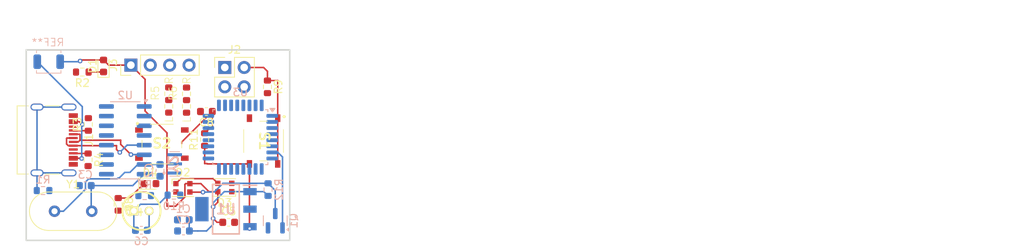
<source format=kicad_pcb>
(kicad_pcb (version 20240108) (generator "pcbnew") (generator_version "8.0")
  (layers (0 "F.Cu" signal) (31 "B.Cu" signal) (34 "B.Paste" user) (35 "F.Paste" user) (36 "B.SilkS" user "B.Silkscreen") (37 "F.SilkS" user "F.Silkscreen") (38 "B.Mask" user) (39 "F.Mask" user) (44 "Edge.Cuts" user))
  (net 0 "")
  (net 1 "+5V")
  (net 2 "Net-(D2-DOUT)")
  (net 3 "GND")
  (net 4 "Net-(D2-DIN)")
  (net 8 "Net-(U2-XO)")
  (net 9 "Net-(U2-UD+)")
  (net 10 "Net-(U2-UD-)")
  (net 11 "Net-(U2-~{RTS})")
  (net 12 "Net-(U2-~{CTS})")
  (net 14 "+3.3V")
  (net 17 "Net-(U2-XI)")
  (net 18 "/RESET")
  (net 22 "/STATUS")
  (net 23 "/SWCLK{slash}BOOT")
  (net 25 "/I2C1_SDA")
  (net 28 "Net-(U3-PC15)")
  (net 35 "Net-(D1-K)")
  (net 37 "Net-(U3-PC14)")
  (net 40 "/I2C1_SCL")
  (net 43 "Net-(D4-K)")
  (net 44 "Net-(J1-VBUS-PadA4)")
  (net 45 "Net-(J1-CC2)")
  (net 46 "Net-(J1-SHIELD)")
  (net 47 "Net-(J1-CC1)")
  (net 50 "/RX-M")
  (net 51 "/TX-M")
  (net 52 "/RX-U")
  (net 53 "/TX-U")
  (net 54 "/SWDIO")
  (net 55 "Net-(R7-Pad2)")
  (net 56 "Net-(Q1-G)")
  (footprint "mesonlib:PTS526SM15SMTR2LFS" (layer "F.Cu") (at 118.76 61.36)
    (property "Reference" "S2" (at 0 -0.1 0) (layer "F.SilkS") (effects (font (size 1.27 1.27) (thickness 0.254))))
    (property "Value" "~" (hide yes))
    (fp_line (start -3.2 -2.8) (end -3.2 -2.8) (stroke (width 0.2)) (layer "F.SilkS"))
    (fp_line (start -3.2 -2.6) (end -3.2 -2.6) (stroke (width 0.2)) (layer "F.SilkS"))
    (fp_line (start -2.6 -0.5) (end -2.6 0.5) (stroke (width 0.1)) (layer "F.SilkS"))
    (fp_line (start -1.5 -2.6) (end 1.5 -2.6) (stroke (width 0.1)) (layer "F.SilkS"))
    (fp_line (start -1.5 2.6) (end 1.5 2.6) (stroke (width 0.1)) (layer "F.SilkS"))
    (fp_line (start 2.6 -0.5) (end 2.6 0.5) (stroke (width 0.1)) (layer "F.SilkS"))
    (fp_arc (start -3.2 -2.8) (mid -3.1 -2.7) (end -3.2 -2.6) (stroke (width 0.2)) (layer "F.SilkS"))
    (fp_arc (start -3.2 -2.6) (mid -3.3 -2.7) (end -3.2 -2.8) (stroke (width 0.2)) (layer "F.SilkS"))
    (pad "1" smd rect (at -3 -1.85 90) (size 0.7 1) (layers "F.Cu" "F.Paste" "F.Mask") (net 3 "GND"))
    (pad "2" smd rect (at 3 -1.85 90) (size 0.7 1) (layers "F.Cu" "F.Paste" "F.Mask") (net 3 "GND"))
    (pad "3" smd rect (at -3 1.85 90) (size 0.7 1) (layers "F.Cu" "F.Paste" "F.Mask") (net 18 "/RESET"))
    (pad "4" smd rect (at 3 1.85 90) (size 0.7 1) (layers "F.Cu" "F.Paste" "F.Mask") (net 18 "/RESET"))
  )
  (footprint "mesonlib:PTS526SM15SMTR2LFS" (layer "F.Cu") (at 132.08 60.96 -90)
    (property "Reference" "S1" (at 0 -0.1 -90) (layer "F.SilkS") (effects (font (size 1.27 1.27) (thickness 0.254))))
    (property "Value" "~" (hide yes))
    (fp_line (start -1.5 2.6) (end 1.5 2.6) (stroke (width 0.1)) (layer "F.SilkS"))
    (fp_line (start -2.6 -0.5) (end -2.6 0.5) (stroke (width 0.1)) (layer "F.SilkS"))
    (fp_line (start 2.6 -0.5) (end 2.6 0.5) (stroke (width 0.1)) (layer "F.SilkS"))
    (fp_line (start -3.2 -2.6) (end -3.2 -2.6) (stroke (width 0.2)) (layer "F.SilkS"))
    (fp_line (start -1.5 -2.6) (end 1.5 -2.6) (stroke (width 0.1)) (layer "F.SilkS"))
    (fp_line (start -3.2 -2.8) (end -3.2 -2.8) (stroke (width 0.2)) (layer "F.SilkS"))
    (fp_arc (start -3.2 -2.6) (mid -3.3 -2.7) (end -3.2 -2.8) (stroke (width 0.2)) (layer "F.SilkS"))
    (fp_arc (start -3.2 -2.8) (mid -3.1 -2.7) (end -3.2 -2.6) (stroke (width 0.2)) (layer "F.SilkS"))
    (pad "1" smd rect (at -3 -1.85) (size 0.7 1) (layers "F.Cu" "F.Paste" "F.Mask") (net 23 "/SWCLK{slash}BOOT"))
    (pad "2" smd rect (at 3 -1.85) (size 0.7 1) (layers "F.Cu" "F.Paste" "F.Mask") (net 23 "/SWCLK{slash}BOOT"))
    (pad "3" smd rect (at -3 1.85) (size 0.7 1) (layers "F.Cu" "F.Paste" "F.Mask") (net 14 "+3.3V"))
    (pad "4" smd rect (at 3 1.85) (size 0.7 1) (layers "F.Cu" "F.Paste" "F.Mask") (net 14 "+3.3V"))
  )
  (footprint "LED_SMD:LED_WS2812B-2020_PLCC4_2.0x2.0mm" (layer "F.Cu") (at 121.513 67.098)
    (property "Reference" "D2" (at 0 -2 0) (layer "F.SilkS"))
    (property "Value" "WS2812B-2020")
    (fp_line (start -1.42 -1.15) (end -1.42 -0.5) (stroke (width 0.12)) (layer "F.SilkS"))
    (fp_line (start -1.42 -1.15) (end 1.42 -1.15) (stroke (width 0.12)) (layer "F.SilkS"))
    (fp_line (start -1.42 1.15) (end 1.42 1.15) (stroke (width 0.12)) (layer "F.SilkS"))
    (pad "1" smd rect (at -0.915 -0.55) (size 0.7 0.7) (layers "F.Cu" "F.Paste" "F.Mask") (net 2 "Net-(D2-DOUT)"))
    (pad "2" smd rect (at -0.915 0.55) (size 0.7 0.7) (layers "F.Cu" "F.Paste" "F.Mask") (net 3 "GND"))
    (pad "3" smd rect (at 0.915 0.55) (size 0.7 0.7) (layers "F.Cu" "F.Paste" "F.Mask") (net 4 "Net-(D2-DIN)"))
    (pad "4" smd rect (at 0.915 -0.55) (size 0.7 0.7) (layers "F.Cu" "F.Paste" "F.Mask") (net 1 "+5V"))
  )
  (footprint "Capacitor_SMD:C_0603_1608Metric" (layer "F.Cu") (at 124.589 57.086 180)
    (property "Reference" "C8" (at 0 -1.43 180) (layer "F.SilkS"))
    (property "Value" "0.1 uF")
    (fp_line (start -0.14058 0.51) (end 0.14058 0.51) (stroke (width 0.12)) (layer "F.SilkS"))
    (fp_line (start -0.14058 -0.51) (end 0.14058 -0.51) (stroke (width 0.12)) (layer "F.SilkS"))
    (pad "1" smd roundrect (at -0.775 0 180) (size 0.9 0.95) (layers "F.Cu" "F.Paste" "F.Mask") (net 18 "/RESET"))
    (pad "2" smd roundrect (at 0.775 0 180) (size 0.9 0.95) (layers "F.Cu" "F.Paste" "F.Mask") (net 3 "GND"))
  )
  (footprint "LED_SMD:LED_0603_1608Metric" (layer "F.Cu") (at 117.2 66.55)
    (property "Reference" "D4" (at 0 -1.43 360) (layer "F.SilkS"))
    (property "Value" "LED")
    (fp_line (start -1.485 -0.735) (end -1.485 0.735) (stroke (width 0.12)) (layer "F.SilkS"))
    (fp_line (start -1.485 0.735) (end 0.8 0.735) (stroke (width 0.12)) (layer "F.SilkS"))
    (fp_line (start 0.8 -0.735) (end -1.485 -0.735) (stroke (width 0.12)) (layer "F.SilkS"))
    (pad "1" smd roundrect (at -0.7875 0) (size 0.875 0.95) (layers "F.Cu" "F.Paste" "F.Mask") (net 43 "Net-(D4-K)"))
    (pad "2" smd roundrect (at 0.7875 0) (size 0.875 0.95) (layers "F.Cu" "F.Paste" "F.Mask") (net 22 "/STATUS"))
  )
  (footprint "mesonlib:EEU-FR1330" (layer "F.Cu") (at 115.09 70.13)
    (property "Reference" "C4" (at 0 0 0) (layer "F.SilkS") (effects (font (size 1.27 1.27) (thickness 0.254))))
    (property "Value" "EEU-FR1V330" (hide yes))
    (fp_circle (center 1 0) (end 3.5 0) (stroke (width 0.254)) (fill none) (layer "F.SilkS"))
    (pad "1" thru_hole rect (at 0 0 90) (size 1.15 1.15) (drill 0.75) (layers "*.Cu" "*.Mask" "F.SilkS") (net 14 "+3.3V"))
    (pad "2" thru_hole circle (at 2 0 90) (size 1.15 1.15) (drill 0.75) (layers "*.Cu" "*.Mask" "F.SilkS") (net 3 "GND"))
  )
  (footprint "LED_SMD:LED_WS2812B-2020_PLCC4_2.0x2.0mm" (layer "F.Cu") (at 127 67.056 180)
    (property "Reference" "D3" (at 0 -2 180) (layer "F.SilkS"))
    (property "Value" "WS2812B-2020")
    (fp_line (start -1.42 1.15) (end 1.42 1.15) (stroke (width 0.12)) (layer "F.SilkS"))
    (fp_line (start -1.42 -1.15) (end 1.42 -1.15) (stroke (width 0.12)) (layer "F.SilkS"))
    (fp_line (start -1.42 -1.15) (end -1.42 -0.5) (stroke (width 0.12)) (layer "F.SilkS"))
    (pad "1" smd rect (at -0.915 -0.55 180) (size 0.7 0.7) (layers "F.Cu" "F.Paste" "F.Mask"))
    (pad "2" smd rect (at -0.915 0.55 180) (size 0.7 0.7) (layers "F.Cu" "F.Paste" "F.Mask") (net 3 "GND"))
    (pad "3" smd rect (at 0.915 0.55 180) (size 0.7 0.7) (layers "F.Cu" "F.Paste" "F.Mask") (net 2 "Net-(D2-DOUT)"))
    (pad "4" smd rect (at 0.915 -0.55 180) (size 0.7 0.7) (layers "F.Cu" "F.Paste" "F.Mask") (net 1 "+5V"))
  )
  (footprint "mesonlib:resistor_3pad_switch_0603" (layer "F.Cu") (at 121.99 57.24 90)
    (property "Reference" "R6" (at 2.555 -1.77 90) (layer "F.SilkS") (effects (font (thickness 0.1))))
    (property "Value" "1k")
    (fp_line (start 2.237742 -0.5225) (end 2.712258 -0.5225) (stroke (width 0.12)) (layer "F.SilkS"))
    (fp_line (start 0.587742 -0.5225) (end 1.062258 -0.5225) (stroke (width 0.12)) (layer "F.SilkS"))
    (fp_line (start 2.237742 0.5225) (end 2.712258 0.5225) (stroke (width 0.12)) (layer "F.SilkS"))
    (fp_line (start 0.587742 0.5225) (end 1.062258 0.5225) (stroke (width 0.12)) (layer "F.SilkS"))
    (fp_text user "L" (at -1.395 0.63 90) (layer "F.SilkS") (effects (font (thickness 0.1)) (justify left bottom)))
    (fp_text user "R" (at 3.655 0.63 90) (layer "F.SilkS") (effects (font (thickness 0.1)) (justify left bottom)))
    (pad "1" smd roundrect (at 0 0 90) (size 0.8 0.95) (layers "F.Cu" "F.Paste" "F.Mask") (net 51 "/TX-M"))
    (pad "2" smd roundrect (at 1.65 0 90) (size 0.8 0.95) (layers "F.Cu" "F.Paste" "F.Mask") (net 52 "/RX-U"))
    (pad "3" smd roundrect (at 3.3 0 90) (size 0.8 0.95) (layers "F.Cu" "F.Paste" "F.Mask") (net 50 "/RX-M"))
  )
  (footprint "Connector_USB:USB_C_Receptacle_Palconn_UTC16-G" (layer "F.Cu") (at 104.648 60.82 -90)
    (property "Reference" "J1" (at 0 -4.58 90) (layer "F.SilkS"))
    (property "Value" "USB_C_Receptacle")
    (fp_line (start -4.47 4.84) (end -4.47 3.38) (stroke (width 0.12)) (layer "F.SilkS"))
    (fp_line (start 4.47 4.84) (end -4.47 4.84) (stroke (width 0.12)) (layer "F.SilkS"))
    (fp_line (start 4.47 4.84) (end 4.47 3.38) (stroke (width 0.12)) (layer "F.SilkS"))
    (fp_line (start -4.47 -0.67) (end -4.47 1.13) (stroke (width 0.12)) (layer "F.SilkS"))
    (fp_line (start 4.47 -0.67) (end 4.47 1.13) (stroke (width 0.12)) (layer "F.SilkS"))
    (pad "" np_thru_hole circle (at -2.89 -1.45 90) (size 0.6 0.6) (drill 0.6) (layers "*.Cu" "*.Mask"))
    (pad "" np_thru_hole circle (at 2.89 -1.45 90) (size 0.6 0.6) (drill 0.6) (layers "*.Cu" "*.Mask"))
    (pad "A1" smd rect (at -3.2 -2.51 270) (size 0.6 1.16) (layers "F.Cu" "F.Paste" "F.Mask") (net 3 "GND"))
    (pad "A4" smd rect (at -2.4 -2.51 270) (size 0.6 1.16) (layers "F.Cu" "F.Paste" "F.Mask") (net 44 "Net-(J1-VBUS-PadA4)"))
    (pad "A5" smd rect (at -1.25 -2.51 90) (size 0.3 1.16) (layers "F.Cu" "F.Paste" "F.Mask") (net 47 "Net-(J1-CC1)"))
    (pad "A6" smd rect (at -0.25 -2.51 90) (size 0.3 1.16) (layers "F.Cu" "F.Paste" "F.Mask") (net 9 "Net-(U2-UD+)"))
    (pad "A7" smd rect (at 0.25 -2.51 90) (size 0.3 1.16) (layers "F.Cu" "F.Paste" "F.Mask") (net 10 "Net-(U2-UD-)"))
    (pad "A8" smd rect (at 1.25 -2.51 90) (size 0.3 1.16) (layers "F.Cu" "F.Paste" "F.Mask"))
    (pad "A9" smd rect (at 2.4 -2.51 270) (size 0.6 1.16) (layers "F.Cu" "F.Paste" "F.Mask") (net 44 "Net-(J1-VBUS-PadA4)"))
    (pad "A12" smd rect (at 3.2 -2.51 270) (size 0.6 1.16) (layers "F.Cu" "F.Paste" "F.Mask") (net 3 "GND"))
    (pad "B1" smd rect (at 3.2 -2.51 270) (size 0.6 1.16) (layers "F.Cu" "F.Paste" "F.Mask") (net 3 "GND"))
    (pad "B4" smd rect (at 2.4 -2.51 270) (size 0.6 1.16) (layers "F.Cu" "F.Paste" "F.Mask") (net 44 "Net-(J1-VBUS-PadA4)"))
    (pad "B5" smd rect (at 1.75 -2.51 90) (size 0.3 1.16) (layers "F.Cu" "F.Paste" "F.Mask") (net 45 "Net-(J1-CC2)"))
    (pad "B6" smd rect (at 0.75 -2.51 90) (size 0.3 1.16) (layers "F.Cu" "F.Paste" "F.Mask") (net 9 "Net-(U2-UD+)"))
    (pad "B7" smd rect (at -0.75 -2.51 90) (size 0.3 1.16) (layers "F.Cu" "F.Paste" "F.Mask") (net 10 "Net-(U2-UD-)"))
    (pad "B8" smd rect (at -1.75 -2.51 90) (size 0.3 1.16) (layers "F.Cu" "F.Paste" "F.Mask"))
    (pad "B9" smd rect (at -2.4 -2.51 270) (size 0.6 1.16) (layers "F.Cu" "F.Paste" "F.Mask") (net 44 "Net-(J1-VBUS-PadA4)"))
    (pad "B12" smd rect (at -3.2 -2.51 270) (size 0.6 1.16) (layers "F.Cu" "F.Paste" "F.Mask") (net 3 "GND"))
    (pad "S1" thru_hole oval (at -4.32 -1.93) (size 2 0.9) (drill oval 1.7 0.6) (layers "*.Cu" "*.Mask") (net 46 "Net-(J1-SHIELD)"))
    (pad "S1" thru_hole oval (at -4.32 2.24) (size 1.7 0.9) (drill oval 1.4 0.6) (layers "*.Cu" "*.Mask") (net 46 "Net-(J1-SHIELD)"))
    (pad "S1" thru_hole oval (at 4.32 -1.93) (size 2 0.9) (drill oval 1.7 0.6) (layers "*.Cu" "*.Mask") (net 46 "Net-(J1-SHIELD)"))
    (pad "S1" thru_hole oval (at 4.32 2.24) (size 1.7 0.9) (drill oval 1.4 0.6) (layers "*.Cu" "*.Mask") (net 46 "Net-(J1-SHIELD)"))
  )
  (footprint "Capacitor_SMD:C_0603_1608Metric" (layer "F.Cu") (at 127.508 71.628)
    (property "Reference" "C5" (at 0 -1.43 0) (layer "F.SilkS"))
    (property "Value" "100 nF")
    (fp_line (start -0.14058 -0.51) (end 0.14058 -0.51) (stroke (width 0.12)) (layer "F.SilkS"))
    (fp_line (start -0.14058 0.51) (end 0.14058 0.51) (stroke (width 0.12)) (layer "F.SilkS"))
    (pad "1" smd roundrect (at -0.775 0) (size 0.9 0.95) (layers "F.Cu" "F.Paste" "F.Mask") (net 1 "+5V"))
    (pad "2" smd roundrect (at 0.775 0) (size 0.9 0.95) (layers "F.Cu" "F.Paste" "F.Mask") (net 3 "GND"))
  )
  (footprint "Crystal:Crystal_HC49-4H_Vertical" (layer "F.Cu") (at 104.7 70.17)
    (property "Reference" "Y1" (at 2.44 -3.525 0) (layer "F.SilkS"))
    (property "Value" "12 MHz	")
    (fp_line (start -0.76 -2.525) (end 5.64 -2.525) (stroke (width 0.12)) (layer "F.SilkS"))
    (fp_line (start -0.76 2.525) (end 5.64 2.525) (stroke (width 0.12)) (layer "F.SilkS"))
    (fp_arc (start -0.76 2.525) (mid -3.285 0) (end -0.76 -2.525) (stroke (width 0.12)) (layer "F.SilkS"))
    (fp_arc (start 5.64 -2.525) (mid 8.165 0) (end 5.64 2.525) (stroke (width 0.12)) (layer "F.SilkS"))
    (pad "1" thru_hole circle (at 0 0) (size 1.5 1.5) (drill 0.8) (layers "*.Cu" "*.Mask") (net 17 "Net-(U2-XI)"))
    (pad "2" thru_hole circle (at 4.88 0) (size 1.5 1.5) (drill 0.8) (layers "*.Cu" "*.Mask") (net 8 "Net-(U2-XO)"))
  )
  (footprint "Resistor_SMD:R_0603_1608Metric" (layer "F.Cu") (at 108.34 51.91 180)
    (property "Reference" "R2" (at 0 -1.43 180) (layer "F.SilkS"))
    (property "Value" "1k")
    (fp_line (start -0.237258 0.5225) (end 0.237258 0.5225) (stroke (width 0.12)) (layer "F.SilkS"))
    (fp_line (start -0.237258 -0.5225) (end 0.237258 -0.5225) (stroke (width 0.12)) (layer "F.SilkS"))
    (pad "1" smd roundrect (at -0.825 0 180) (size 0.8 0.95) (layers "F.Cu" "F.Paste" "F.Mask") (net 35 "Net-(D1-K)"))
    (pad "2" smd roundrect (at 0.825 0 180) (size 0.8 0.95) (layers "F.Cu" "F.Paste" "F.Mask") (net 3 "GND"))
  )
  (footprint "Resistor_SMD:R_0603_1608Metric" (layer "F.Cu") (at 113.04 69.27 -90)
    (property "Reference" "R8" (at 0 -1.43 90) (layer "F.SilkS"))
    (property "Value" "470")
    (fp_line (start -0.237258 0.5225) (end 0.237258 0.5225) (stroke (width 0.12)) (layer "F.SilkS"))
    (fp_line (start -0.237258 -0.5225) (end 0.237258 -0.5225) (stroke (width 0.12)) (layer "F.SilkS"))
    (pad "1" smd roundrect (at -0.825 0 270) (size 0.8 0.95) (layers "F.Cu" "F.Paste" "F.Mask") (net 43 "Net-(D4-K)"))
    (pad "2" smd roundrect (at 0.825 0 270) (size 0.8 0.95) (layers "F.Cu" "F.Paste" "F.Mask") (net 3 "GND"))
  )
  (footprint "Connector_PinHeader_2.54mm:PinHeader_2x02_P2.54mm_Vertical" (layer "F.Cu") (at 127 51.308)
    (property "Reference" "J2" (at 1.27 -2.33 0) (layer "F.SilkS"))
    (property "Value" "Conn_02x02_Top_Bottom")
    (fp_line (start -1.33 -1.33) (end 0 -1.33) (stroke (width 0.12)) (layer "F.SilkS"))
    (fp_line (start -1.33 0) (end -1.33 -1.33) (stroke (width 0.12)) (layer "F.SilkS"))
    (fp_line (start -1.33 1.27) (end -1.33 3.87) (stroke (width 0.12)) (layer "F.SilkS"))
    (fp_line (start -1.33 1.27) (end 1.27 1.27) (stroke (width 0.12)) (layer "F.SilkS"))
    (fp_line (start -1.33 3.87) (end 3.87 3.87) (stroke (width 0.12)) (layer "F.SilkS"))
    (fp_line (start 1.27 -1.33) (end 3.87 -1.33) (stroke (width 0.12)) (layer "F.SilkS"))
    (fp_line (start 1.27 1.27) (end 1.27 -1.33) (stroke (width 0.12)) (layer "F.SilkS"))
    (fp_line (start 3.87 -1.33) (end 3.87 3.87) (stroke (width 0.12)) (layer "F.SilkS"))
    (pad "1" thru_hole rect (at 0 0) (size 1.7 1.7) (drill 1) (layers "*.Cu" "*.Mask") (net 54 "/SWDIO"))
    (pad "2" thru_hole oval (at 2.54 0) (size 1.7 1.7) (drill 1) (layers "*.Cu" "*.Mask") (net 23 "/SWCLK{slash}BOOT"))
    (pad "3" thru_hole oval (at 0 2.54) (size 1.7 1.7) (drill 1) (layers "*.Cu" "*.Mask") (net 14 "+3.3V"))
    (pad "4" thru_hole oval (at 2.54 2.54) (size 1.7 1.7) (drill 1) (layers "*.Cu" "*.Mask") (net 3 "GND"))
  )
  (footprint "Resistor_SMD:R_0603_1608Metric" (layer "F.Cu") (at 109.1 63.42 -90)
    (property "Reference" "R4" (at 0 -1.43 90) (layer "F.SilkS"))
    (property "Value" "5k1")
    (fp_line (start -0.237258 0.5225) (end 0.237258 0.5225) (stroke (width 0.12)) (layer "F.SilkS"))
    (fp_line (start -0.237258 -0.5225) (end 0.237258 -0.5225) (stroke (width 0.12)) (layer "F.SilkS"))
    (pad "1" smd roundrect (at -0.825 0 270) (size 0.8 0.95) (layers "F.Cu" "F.Paste" "F.Mask") (net 45 "Net-(J1-CC2)"))
    (pad "2" smd roundrect (at 0.825 0 270) (size 0.8 0.95) (layers "F.Cu" "F.Paste" "F.Mask") (net 3 "GND"))
  )
  (footprint "LED_SMD:LED_0603_1608Metric" (layer "F.Cu") (at 111.12 51.11 90)
    (property "Reference" "D1" (at 0 -1.43 270) (layer "F.SilkS"))
    (property "Value" "LED")
    (fp_line (start 0.8 -0.735) (end -1.485 -0.735) (stroke (width 0.12)) (layer "F.SilkS"))
    (fp_line (start -1.485 -0.735) (end -1.485 0.735) (stroke (width 0.12)) (layer "F.SilkS"))
    (fp_line (start -1.485 0.735) (end 0.8 0.735) (stroke (width 0.12)) (layer "F.SilkS"))
    (pad "1" smd roundrect (at -0.7875 0 90) (size 0.875 0.95) (layers "F.Cu" "F.Paste" "F.Mask") (net 35 "Net-(D1-K)"))
    (pad "2" smd roundrect (at 0.7875 0 90) (size 0.875 0.95) (layers "F.Cu" "F.Paste" "F.Mask") (net 1 "+5V"))
  )
  (footprint "Resistor_SMD:R_0603_1608Metric" (layer "F.Cu") (at 132.588 53.848 -90)
    (property "Reference" "R9" (at 0 -1.43 90) (layer "F.SilkS"))
    (property "Value" "10k")
    (fp_line (start -0.237258 0.5225) (end 0.237258 0.5225) (stroke (width 0.12)) (layer "F.SilkS"))
    (fp_line (start -0.237258 -0.5225) (end 0.237258 -0.5225) (stroke (width 0.12)) (layer "F.SilkS"))
    (pad "1" smd roundrect (at -0.825 0 270) (size 0.8 0.95) (layers "F.Cu" "F.Paste" "F.Mask") (net 23 "/SWCLK{slash}BOOT"))
    (pad "2" smd roundrect (at 0.825 0 270) (size 0.8 0.95) (layers "F.Cu" "F.Paste" "F.Mask") (net 3 "GND"))
  )
  (footprint "Resistor_SMD:R_0603_1608Metric" (layer "F.Cu") (at 109.13 58.78 90)
    (property "Reference" "R3" (at 0 -1.43 270) (layer "F.SilkS"))
    (property "Value" "5k1")
    (fp_line (start -0.237258 -0.5225) (end 0.237258 -0.5225) (stroke (width 0.12)) (layer "F.SilkS"))
    (fp_line (start -0.237258 0.5225) (end 0.237258 0.5225) (stroke (width 0.12)) (layer "F.SilkS"))
    (pad "1" smd roundrect (at -0.825 0 90) (size 0.8 0.95) (layers "F.Cu" "F.Paste" "F.Mask") (net 47 "Net-(J1-CC1)"))
    (pad "2" smd roundrect (at 0.825 0 90) (size 0.8 0.95) (layers "F.Cu" "F.Paste" "F.Mask") (net 3 "GND"))
  )
  (footprint "Connector_PinHeader_2.54mm:PinHeader_1x04_P2.54mm_Vertical" (layer "F.Cu") (at 114.7 51 90)
    (property "Reference" "J3" (at 0 -2.33 -90) (layer "F.SilkS"))
    (property "Value" "Conn_01x04_Socket")
    (fp_line (start -1.33 -1.33) (end 0 -1.33) (stroke (width 0.12)) (layer "F.SilkS"))
    (fp_line (start -1.33 0) (end -1.33 -1.33) (stroke (width 0.12)) (layer "F.SilkS"))
    (fp_line (start 1.33 1.27) (end 1.33 8.95) (stroke (width 0.12)) (layer "F.SilkS"))
    (fp_line (start -1.33 1.27) (end 1.33 1.27) (stroke (width 0.12)) (layer "F.SilkS"))
    (fp_line (start -1.33 1.27) (end -1.33 8.95) (stroke (width 0.12)) (layer "F.SilkS"))
    (fp_line (start -1.33 8.95) (end 1.33 8.95) (stroke (width 0.12)) (layer "F.SilkS"))
    (pad "1" thru_hole rect (at 0 0 90) (size 1.7 1.7) (drill 1) (layers "*.Cu" "*.Mask") (net 1 "+5V"))
    (pad "2" thru_hole oval (at 0 2.54 90) (size 1.7 1.7) (drill 1) (layers "*.Cu" "*.Mask") (net 25 "/I2C1_SDA"))
    (pad "3" thru_hole oval (at 0 5.08 90) (size 1.7 1.7) (drill 1) (layers "*.Cu" "*.Mask") (net 40 "/I2C1_SCL"))
    (pad "4" thru_hole oval (at 0 7.62 90) (size 1.7 1.7) (drill 1) (layers "*.Cu" "*.Mask") (net 3 "GND"))
  )
  (footprint "Resistor_SMD:R_0603_1608Metric" (layer "F.Cu") (at 124.364 60.761 90)
    (property "Reference" "R11" (at 0 -1.43 -90) (layer "F.SilkS"))
    (property "Value" "10k")
    (fp_line (start -0.237258 -0.5225) (end 0.237258 -0.5225) (stroke (width 0.12)) (layer "F.SilkS"))
    (fp_line (start -0.237258 0.5225) (end 0.237258 0.5225) (stroke (width 0.12)) (layer "F.SilkS"))
    (pad "1" smd roundrect (at -0.825 0 90) (size 0.8 0.95) (layers "F.Cu" "F.Paste" "F.Mask") (net 14 "+3.3V"))
    (pad "2" smd roundrect (at 0.825 0 90) (size 0.8 0.95) (layers "F.Cu" "F.Paste" "F.Mask") (net 18 "/RESET"))
  )
  (footprint "mesonlib:resistor_3pad_switch_0603" (layer "F.Cu") (at 119.66 57.23 90)
    (property "Reference" "R5" (at 2.555 -1.77 90) (layer "F.SilkS") (effects (font (thickness 0.1))))
    (property "Value" "1k")
    (fp_line (start 2.237742 -0.5225) (end 2.712258 -0.5225) (stroke (width 0.12)) (layer "F.SilkS"))
    (fp_line (start 0.587742 -0.5225) (end 1.062258 -0.5225) (stroke (width 0.12)) (layer "F.SilkS"))
    (fp_line (start 2.237742 0.5225) (end 2.712258 0.5225) (stroke (width 0.12)) (layer "F.SilkS"))
    (fp_line (start 0.587742 0.5225) (end 1.062258 0.5225) (stroke (width 0.12)) (layer "F.SilkS"))
    (fp_text user "L" (at -1.395 0.63 90) (layer "F.SilkS") (effects (font (thickness 0.1)) (justify left bottom)))
    (fp_text user "R" (at 3.655 0.63 90) (layer "F.SilkS") (effects (font (thickness 0.1)) (justify left bottom)))
    (pad "1" smd roundrect (at 0 0 90) (size 0.8 0.95) (layers "F.Cu" "F.Paste" "F.Mask") (net 51 "/TX-M"))
    (pad "2" smd roundrect (at 1.65 0 90) (size 0.8 0.95) (layers "F.Cu" "F.Paste" "F.Mask") (net 53 "/TX-U"))
    (pad "3" smd roundrect (at 3.3 0 90) (size 0.8 0.95) (layers "F.Cu" "F.Paste" "F.Mask") (net 50 "/RX-M"))
  )
  (footprint "Package_SO:SOIC-16_3.9x9.9mm_P1.27mm" (layer "B.Cu") (at 113.97 60.865 180)
    (property "Reference" "U2" (at 0 5.9 180) (layer "B.SilkS") (effects (justify mirror)))
    (property "Value" "CH340G")
    (fp_line (start 1.95 5.06) (end 0 5.06) (stroke (width 0.12)) (layer "B.SilkS"))
    (fp_line (start 1.95 -5.06) (end 0 -5.06) (stroke (width 0.12)) (layer "B.SilkS"))
    (fp_line (start -1.95 5.06) (end 0 5.06) (stroke (width 0.12)) (layer "B.SilkS"))
    (fp_line (start -1.95 -5.06) (end 0 -5.06) (stroke (width 0.12)) (layer "B.SilkS"))
    (fp_poly (pts (xy -2.7 5.005) (xy -2.94 5.335) (xy -2.46 5.335) (xy -2.7 5.005)) (stroke (width 0.12)) (fill solid) (layer "B.SilkS"))
    (pad "1" smd roundrect (at -2.475 4.445 180) (size 1.95 0.6) (layers "B.Cu" "B.Paste" "B.Mask") (net 3 "GND"))
    (pad "2" smd roundrect (at -2.475 3.175 180) (size 1.95 0.6) (layers "B.Cu" "B.Paste" "B.Mask") (net 53 "/TX-U"))
    (pad "3" smd roundrect (at -2.475 1.905 180) (size 1.95 0.6) (layers "B.Cu" "B.Paste" "B.Mask") (net 52 "/RX-U"))
    (pad "4" smd roundrect (at -2.475 0.635 180) (size 1.95 0.6) (layers "B.Cu" "B.Paste" "B.Mask") (net 14 "+3.3V"))
    (pad "5" smd roundrect (at -2.475 -0.635 180) (size 1.95 0.6) (layers "B.Cu" "B.Paste" "B.Mask") (net 9 "Net-(U2-UD+)"))
    (pad "6" smd roundrect (at -2.475 -1.905 180) (size 1.95 0.6) (layers "B.Cu" "B.Paste" "B.Mask") (net 10 "Net-(U2-UD-)"))
    (pad "7" smd roundrect (at -2.475 -3.175 180) (size 1.95 0.6) (layers "B.Cu" "B.Paste" "B.Mask") (net 17 "Net-(U2-XI)"))
    (pad "8" smd roundrect (at -2.475 -4.445 180) (size 1.95 0.6) (layers "B.Cu" "B.Paste" "B.Mask") (net 8 "Net-(U2-XO)"))
    (pad "9" smd roundrect (at 2.475 -4.445 180) (size 1.95 0.6) (layers "B.Cu" "B.Paste" "B.Mask") (net 12 "Net-(U2-~{CTS})"))
    (pad "10" smd roundrect (at 2.475 -3.175 180) (size 1.95 0.6) (layers "B.Cu" "B.Paste" "B.Mask"))
    (pad "11" smd roundrect (at 2.475 -1.905 180) (size 1.95 0.6) (layers "B.Cu" "B.Paste" "B.Mask"))
    (pad "12" smd roundrect (at 2.475 -0.635 180) (size 1.95 0.6) (layers "B.Cu" "B.Paste" "B.Mask"))
    (pad "13" smd roundrect (at 2.475 0.635 180) (size 1.95 0.6) (layers "B.Cu" "B.Paste" "B.Mask"))
    (pad "14" smd roundrect (at 2.475 1.905 180) (size 1.95 0.6) (layers "B.Cu" "B.Paste" "B.Mask") (net 11 "Net-(U2-~{RTS})"))
    (pad "15" smd roundrect (at 2.475 3.175 180) (size 1.95 0.6) (layers "B.Cu" "B.Paste" "B.Mask"))
    (pad "16" smd roundrect (at 2.475 4.445 180) (size 1.95 0.6) (layers "B.Cu" "B.Paste" "B.Mask") (net 14 "+3.3V"))
  )
  (footprint "Resistor_SMD:R_0603_1608Metric" (layer "B.Cu") (at 132.67 67.335 90)
    (property "Reference" "R12" (at 0 1.43 270) (layer "B.SilkS") (effects (justify mirror)))
    (property "Value" "10k")
    (fp_line (start 0.237258 -0.5225) (end -0.237258 -0.5225) (stroke (width 0.12)) (layer "B.SilkS"))
    (fp_line (start 0.237258 0.5225) (end -0.237258 0.5225) (stroke (width 0.12)) (layer "B.SilkS"))
    (pad "1" smd roundrect (at -0.825 0 90) (size 0.8 0.95) (layers "B.Cu" "B.Paste" "B.Mask") (net 1 "+5V"))
    (pad "2" smd roundrect (at 0.825 0 90) (size 0.8 0.95) (layers "B.Cu" "B.Paste" "B.Mask") (net 4 "Net-(D2-DIN)"))
  )
  (footprint "Capacitor_SMD:C_0603_1608Metric" (layer "B.Cu") (at 116.074 72.67)
    (property "Reference" "C6" (at 0 1.43 0) (layer "B.SilkS") (effects (justify mirror)))
    (property "Value" "100 nF")
    (fp_line (start 0.14058 -0.51) (end -0.14058 -0.51) (stroke (width 0.12)) (layer "B.SilkS"))
    (fp_line (start 0.14058 0.51) (end -0.14058 0.51) (stroke (width 0.12)) (layer "B.SilkS"))
    (pad "1" smd roundrect (at -0.775 0) (size 0.9 0.95) (layers "B.Cu" "B.Paste" "B.Mask") (net 14 "+3.3V"))
    (pad "2" smd roundrect (at 0.775 0) (size 0.9 0.95) (layers "B.Cu" "B.Paste" "B.Mask") (net 3 "GND"))
  )
  (footprint "Capacitor_SMD:C_0603_1608Metric" (layer "B.Cu") (at 121.59 72.76 180)
    (property "Reference" "C7" (at 0 1.43 180) (layer "B.SilkS") (effects (justify mirror)))
    (property "Value" "100 nF")
    (fp_line (start 0.14058 0.51) (end -0.14058 0.51) (stroke (width 0.12)) (layer "B.SilkS"))
    (fp_line (start 0.14058 -0.51) (end -0.14058 -0.51) (stroke (width 0.12)) (layer "B.SilkS"))
    (pad "1" smd roundrect (at -0.775 0 180) (size 0.9 0.95) (layers "B.Cu" "B.Paste" "B.Mask") (net 1 "+5V"))
    (pad "2" smd roundrect (at 0.775 0 180) (size 0.9 0.95) (layers "B.Cu" "B.Paste" "B.Mask") (net 3 "GND"))
  )
  (footprint "Capacitor_SMD:C_0603_1608Metric" (layer "B.Cu") (at 108.73 66.81 180)
    (property "Reference" "C3" (at 0 1.43 180) (layer "B.SilkS") (effects (justify mirror)))
    (property "Value" "22 pF	")
    (fp_line (start 0.14058 0.51) (end -0.14058 0.51) (stroke (width 0.12)) (layer "B.SilkS"))
    (fp_line (start 0.14058 -0.51) (end -0.14058 -0.51) (stroke (width 0.12)) (layer "B.SilkS"))
    (pad "1" smd roundrect (at -0.775 0 180) (size 0.9 0.95) (layers "B.Cu" "B.Paste" "B.Mask") (net 8 "Net-(U2-XO)"))
    (pad "2" smd roundrect (at 0.775 0 180) (size 0.9 0.95) (layers "B.Cu" "B.Paste" "B.Mask") (net 3 "GND"))
  )
  (footprint "Capacitor_SMD:C_0603_1608Metric" (layer "B.Cu") (at 118.52 64.81 -90)
    (property "Reference" "C2" (at 0 1.43 90) (layer "B.SilkS") (effects (justify mirror)))
    (property "Value" "22 pF	")
    (fp_line (start 0.14058 0.51) (end -0.14058 0.51) (stroke (width 0.12)) (layer "B.SilkS"))
    (fp_line (start 0.14058 -0.51) (end -0.14058 -0.51) (stroke (width 0.12)) (layer "B.SilkS"))
    (pad "1" smd roundrect (at -0.775 0 270) (size 0.9 0.95) (layers "B.Cu" "B.Paste" "B.Mask") (net 17 "Net-(U2-XI)"))
    (pad "2" smd roundrect (at 0.775 0 270) (size 0.9 0.95) (layers "B.Cu" "B.Paste" "B.Mask") (net 3 "GND"))
  )
  (footprint "Resistor_SMD:R_0603_1608Metric" (layer "B.Cu") (at 116.51 68.12 180)
    (property "Reference" "R7" (at 0 1.43 180) (layer "B.SilkS") (effects (justify mirror)))
    (property "Value" "603")
    (fp_line (start 0.237258 0.5225) (end -0.237258 0.5225) (stroke (width 0.12)) (layer "B.SilkS"))
    (fp_line (start 0.237258 -0.5225) (end -0.237258 -0.5225) (stroke (width 0.12)) (layer "B.SilkS"))
    (pad "1" smd roundrect (at -0.825 0 180) (size 0.8 0.95) (layers "B.Cu" "B.Paste" "B.Mask") (net 28 "Net-(U3-PC15)"))
    (pad "2" smd roundrect (at 0.825 0 180) (size 0.8 0.95) (layers "B.Cu" "B.Paste" "B.Mask") (net 55 "Net-(R7-Pad2)"))
  )
  (footprint "mesonlib:LM3940" (layer "B.Cu") (at 127.15 69.9 180)
    (property "Reference" "U1" (at 0 0 0) (layer "B.SilkS") (effects (font (size 1.27 1.27) (thickness 0.254)) (justify mirror)))
    (property "Value" "LM3940" (hide yes))
    (fp_line (start 1.75 3.25) (end -1.75 3.25) (stroke (width 0.2)) (layer "B.SilkS"))
    (fp_line (start 1.75 -3.25) (end 1.75 3.25) (stroke (width 0.2)) (layer "B.SilkS"))
    (fp_line (start -1.75 3.25) (end -1.75 -3.25) (stroke (width 0.2)) (layer "B.SilkS"))
    (fp_line (start -1.75 -3.25) (end 1.75 -3.25) (stroke (width 0.2)) (layer "B.SilkS"))
    (fp_line (start -2.275 3.125) (end -4.025 3.125) (stroke (width 0.2)) (layer "B.SilkS"))
    (pad "1" smd rect (at -3.15 2.3 90) (size 0.95 1.75) (layers "B.Cu" "B.Paste" "B.Mask") (net 1 "+5V"))
    (pad "2" smd rect (at -3.15 0 90) (size 0.95 1.75) (layers "B.Cu" "B.Paste" "B.Mask") (net 3 "GND"))
    (pad "3" smd rect (at -3.15 -2.3 90) (size 0.95 1.75) (layers "B.Cu" "B.Paste" "B.Mask") (net 14 "+3.3V"))
    (pad "4" smd rect (at 3.15 0 180) (size 1.75 3.2) (layers "B.Cu" "B.Paste" "B.Mask") (net 3 "GND"))
  )
  (footprint "mesonlib:CSTNE16M0V530000R0" (layer "B.Cu") (at 120.02 63.96 90)
    (property "Reference" "Y2" (at 0 0.15 -90) (layer "B.SilkS") (effects (font (size 1.27 1.27) (thickness 0.254)) (justify mirror)))
    (property "Value" "8 MHz" (hide yes))
    (fp_line (start -1.1 -0.975) (end -1.1 -0.975) (stroke (width 0.2)) (layer "B.SilkS"))
    (fp_line (start -1.3 -0.975) (end -1.3 -0.975) (stroke (width 0.2)) (layer "B.SilkS"))
    (fp_line (start 1.6 1.075) (end 1.6 -0.225) (stroke (width 0.1)) (layer "B.SilkS"))
    (fp_line (start -1.6 1.075) (end -1.6 -0.225) (stroke (width 0.1)) (layer "B.SilkS"))
    (fp_arc (start -1.1 -0.975) (mid -1.2 -0.875) (end -1.3 -0.975) (stroke (width 0.2)) (layer "B.SilkS"))
    (fp_arc (start -1.3 -0.975) (mid -1.2 -1.075) (end -1.1 -0.975) (stroke (width 0.2)) (layer "B.SilkS"))
    (pad "1" smd rect (at -1.2 0.425 90) (size 0.4 1.9) (layers "B.Cu" "B.Paste" "B.Mask") (net 55 "Net-(R7-Pad2)"))
    (pad "2" smd rect (at 0 0.425 90) (size 0.4 1.9) (layers "B.Cu" "B.Paste" "B.Mask") (net 3 "GND"))
    (pad "3" smd rect (at 1.2 0.425 90) (size 0.4 1.9) (layers "B.Cu" "B.Paste" "B.Mask") (net 37 "Net-(U3-PC14)"))
  )
  (footprint "Resistor_SMD:R_0603_1608Metric" (layer "B.Cu") (at 103.2 67.46 180)
    (property "Reference" "R1" (at 0 1.43 180) (layer "B.SilkS") (effects (justify mirror)))
    (property "Value" "1M")
    (fp_line (start 0.237258 0.5225) (end -0.237258 0.5225) (stroke (width 0.12)) (layer "B.SilkS"))
    (fp_line (start 0.237258 -0.5225) (end -0.237258 -0.5225) (stroke (width 0.12)) (layer "B.SilkS"))
    (pad "1" smd roundrect (at -0.825 0 180) (size 0.8 0.95) (layers "B.Cu" "B.Paste" "B.Mask") (net 3 "GND"))
    (pad "2" smd roundrect (at 0.825 0 180) (size 0.8 0.95) (layers "B.Cu" "B.Paste" "B.Mask") (net 46 "Net-(J1-SHIELD)"))
  )
  (footprint "Package_TO_SOT_SMD:SOT-23" (layer "B.Cu") (at 133.61 71.4175 90)
    (property "Reference" "Q1" (at 0 2.4 270) (layer "B.SilkS") (effects (justify mirror)))
    (property "Value" "BSS138")
    (fp_line (start 0.65 -1.56) (end 0 -1.56) (stroke (width 0.12)) (layer "B.SilkS"))
    (fp_line (start -0.65 -1.56) (end 0 -1.56) (stroke (width 0.12)) (layer "B.SilkS"))
    (fp_line (start 0.65 1.56) (end 0 1.56) (stroke (width 0.12)) (layer "B.SilkS"))
    (fp_line (start -0.65 1.56) (end 0 1.56) (stroke (width 0.12)) (layer "B.SilkS"))
    (fp_poly (pts (xy -1.1625 1.51) (xy -1.4025 1.84) (xy -0.9225 1.84) (xy -1.1625 1.51)) (stroke (width 0.12)) (fill solid) (layer "B.SilkS"))
    (pad "1" smd roundrect (at -0.9375 0.95 90) (size 1.475 0.6) (layers "B.Cu" "B.Paste" "B.Mask") (net 56 "Net-(Q1-G)"))
    (pad "2" smd roundrect (at -0.9375 -0.95 90) (size 1.475 0.6) (layers "B.Cu" "B.Paste" "B.Mask") (net 3 "GND"))
    (pad "3" smd roundrect (at 0.9375 0 90) (size 1.475 0.6) (layers "B.Cu" "B.Paste" "B.Mask") (net 4 "Net-(D2-DIN)"))
  )
  (footprint "Package_QFP:LQFP-32_7x7mm_P0.8mm" (layer "B.Cu") (at 129.032 60.452 180)
    (property "Reference" "U3" (at 0 5.88 180) (layer "B.SilkS") (effects (justify mirror)))
    (property "Value" "STM32G030K8Tx")
    (fp_line (start 3.61 3.61) (end 3.31 3.61) (stroke (width 0.12)) (layer "B.SilkS"))
    (fp_line (start 3.61 3.31) (end 3.61 3.61) (stroke (width 0.12)) (layer "B.SilkS"))
    (fp_line (start 3.61 -3.31) (end 3.61 -3.61) (stroke (width 0.12)) (layer "B.SilkS"))
    (fp_line (start 3.61 -3.61) (end 3.31 -3.61) (stroke (width 0.12)) (layer "B.SilkS"))
    (fp_line (start -3.61 3.61) (end -3.31 3.61) (stroke (width 0.12)) (layer "B.SilkS"))
    (fp_line (start -3.61 3.31) (end -3.61 3.61) (stroke (width 0.12)) (layer "B.SilkS"))
    (fp_line (start -3.61 -3.31) (end -3.61 -3.61) (stroke (width 0.12)) (layer "B.SilkS"))
    (fp_line (start -3.61 -3.61) (end -3.31 -3.61) (stroke (width 0.12)) (layer "B.SilkS"))
    (fp_poly (pts (xy -4.2125 3.31) (xy -4.5525 3.78) (xy -3.8725 3.78) (xy -4.2125 3.31)) (stroke (width 0.12)) (fill solid) (layer "B.SilkS"))
    (pad "1" smd roundrect (at -4.175 2.8 180) (size 1.5 0.5) (layers "B.Cu" "B.Paste" "B.Mask"))
    (pad "2" smd roundrect (at -4.175 2 180) (size 1.5 0.5) (layers "B.Cu" "B.Paste" "B.Mask") (net 37 "Net-(U3-PC14)"))
    (pad "3" smd roundrect (at -4.175 1.2 180) (size 1.5 0.5) (layers "B.Cu" "B.Paste" "B.Mask") (net 28 "Net-(U3-PC15)"))
    (pad "4" smd roundrect (at -4.175 0.4 180) (size 1.5 0.5) (layers "B.Cu" "B.Paste" "B.Mask") (net 14 "+3.3V"))
    (pad "5" smd roundrect (at -4.175 -0.4 180) (size 1.5 0.5) (layers "B.Cu" "B.Paste" "B.Mask") (net 3 "GND"))
    (pad "6" smd roundrect (at -4.175 -1.2 180) (size 1.5 0.5) (layers "B.Cu" "B.Paste" "B.Mask") (net 18 "/RESET"))
    (pad "7" smd roundrect (at -4.175 -2 180) (size 1.5 0.5) (layers "B.Cu" "B.Paste" "B.Mask") (net 56 "Net-(Q1-G)"))
    (pad "8" smd roundrect (at -4.175 -2.8 180) (size 1.5 0.5) (layers "B.Cu" "B.Paste" "B.Mask"))
    (pad "9" smd roundrect (at -2.8 -4.175 180) (size 0.5 1.5) (layers "B.Cu" "B.Paste" "B.Mask"))
    (pad "10" smd roundrect (at -2 -4.175 180) (size 0.5 1.5) (layers "B.Cu" "B.Paste" "B.Mask"))
    (pad "11" smd roundrect (at -1.2 -4.175 180) (size 0.5 1.5) (layers "B.Cu" "B.Paste" "B.Mask"))
    (pad "12" smd roundrect (at -0.4 -4.175 180) (size 0.5 1.5) (layers "B.Cu" "B.Paste" "B.Mask"))
    (pad "13" smd roundrect (at 0.4 -4.175 180) (size 0.5 1.5) (layers "B.Cu" "B.Paste" "B.Mask"))
    (pad "14" smd roundrect (at 1.2 -4.175 180) (size 0.5 1.5) (layers "B.Cu" "B.Paste" "B.Mask"))
    (pad "15" smd roundrect (at 2 -4.175 180) (size 0.5 1.5) (layers "B.Cu" "B.Paste" "B.Mask"))
    (pad "16" smd roundrect (at 2.8 -4.175 180) (size 0.5 1.5) (layers "B.Cu" "B.Paste" "B.Mask"))
    (pad "17" smd roundrect (at 4.175 -2.8 180) (size 1.5 0.5) (layers "B.Cu" "B.Paste" "B.Mask"))
    (pad "18" smd roundrect (at 4.175 -2 180) (size 1.5 0.5) (layers "B.Cu" "B.Paste" "B.Mask"))
    (pad "19" smd roundrect (at 4.175 -1.2 180) (size 1.5 0.5) (layers "B.Cu" "B.Paste" "B.Mask") (net 51 "/TX-M"))
    (pad "20" smd roundrect (at 4.175 -0.4 180) (size 1.5 0.5) (layers "B.Cu" "B.Paste" "B.Mask") (net 22 "/STATUS"))
    (pad "21" smd roundrect (at 4.175 0.4 180) (size 1.5 0.5) (layers "B.Cu" "B.Paste" "B.Mask") (net 50 "/RX-M"))
    (pad "22" smd roundrect (at 4.175 1.2 180) (size 1.5 0.5) (layers "B.Cu" "B.Paste" "B.Mask") (net 12 "Net-(U2-~{CTS})"))
    (pad "23" smd roundrect (at 4.175 2 180) (size 1.5 0.5) (layers "B.Cu" "B.Paste" "B.Mask") (net 11 "Net-(U2-~{RTS})"))
    (pad "24" smd roundrect (at 4.175 2.8 180) (size 1.5 0.5) (layers "B.Cu" "B.Paste" "B.Mask") (net 54 "/SWDIO"))
    (pad "25" smd roundrect (at 2.8 4.175 180) (size 0.5 1.5) (layers "B.Cu" "B.Paste" "B.Mask") (net 23 "/SWCLK{slash}BOOT"))
    (pad "26" smd roundrect (at 2 4.175 180) (size 0.5 1.5) (layers "B.Cu" "B.Paste" "B.Mask"))
    (pad "27" smd roundrect (at 1.2 4.175 180) (size 0.5 1.5) (layers "B.Cu" "B.Paste" "B.Mask"))
    (pad "28" smd roundrect (at 0.4 4.175 180) (size 0.5 1.5) (layers "B.Cu" "B.Paste" "B.Mask"))
    (pad "29" smd roundrect (at -0.4 4.175 180) (size 0.5 1.5) (layers "B.Cu" "B.Paste" "B.Mask"))
    (pad "30" smd roundrect (at -1.2 4.175 180) (size 0.5 1.5) (layers "B.Cu" "B.Paste" "B.Mask") (net 40 "/I2C1_SCL"))
    (pad "31" smd roundrect (at -2 4.175 180) (size 0.5 1.5) (layers "B.Cu" "B.Paste" "B.Mask") (net 25 "/I2C1_SDA"))
    (pad "32" smd roundrect (at -2.8 4.175 180) (size 0.5 1.5) (layers "B.Cu" "B.Paste" "B.Mask"))
  )
  (footprint "Capacitor_SMD:C_0603_1608Metric" (layer "B.Cu") (at 121.57 71.3 180)
    (property "Reference" "C1" (at 0 1.43 180) (layer "B.SilkS") (effects (justify mirror)))
    (property "Value" "0.47 uF")
    (fp_line (start 0.14058 0.51) (end -0.14058 0.51) (stroke (width 0.12)) (layer "B.SilkS"))
    (fp_line (start 0.14058 -0.51) (end -0.14058 -0.51) (stroke (width 0.12)) (layer "B.SilkS"))
    (pad "1" smd roundrect (at -0.775 0 180) (size 0.9 0.95) (layers "B.Cu" "B.Paste" "B.Mask") (net 1 "+5V"))
    (pad "2" smd roundrect (at 0.775 0 180) (size 0.9 0.95) (layers "B.Cu" "B.Paste" "B.Mask") (net 3 "GND"))
  )
  (footprint "mesonlib:Eaton PTS120616V025" (layer "B.Cu") (at 103.94 50.6 180)
    (property "Reference" "TH1" (hide yes))
    (property "Value" "Thermistor_PTC")
    (fp_line (start 1.6 1.2) (end 1.6 1.55) (stroke (width 0.1)) (layer "B.SilkS"))
    (fp_line (start 1.6 -1.1) (end 1.6 -1.45) (stroke (width 0.1)) (layer "B.SilkS"))
    (fp_line (start 1.6 -1.45) (end -1.6 -1.45) (stroke (width 0.1)) (layer "B.SilkS"))
    (fp_line (start -1.6 1.55) (end 1.6 1.55) (stroke (width 0.1)) (layer "B.SilkS"))
    (fp_line (start -1.6 1.55) (end -1.6 1.2) (stroke (width 0.1)) (layer "B.SilkS"))
    (fp_line (start -1.6 -1.45) (end -1.6 -1.1) (stroke (width 0.1)) (layer "B.SilkS"))
    (fp_text user "REF**" (at -2.1 2 0) (layer "B.SilkS") (effects (font (thickness 0.1)) (justify left bottom mirror)))
    (pad "1" smd roundrect (at -1.5 0.05 180) (size 1 1.9) (layers "B.Cu" "B.Paste" "B.Mask") (net 1 "+5V"))
    (pad "2" smd roundrect (at 1.5 0.05 180) (size 1 1.9) (layers "B.Cu" "B.Paste" "B.Mask") (net 44 "Net-(J1-VBUS-PadA4)"))
  )
  (footprint "Resistor_SMD:R_0603_1608Metric" (layer "B.Cu") (at 120.34 68.06)
    (property "Reference" "R10" (at 0 1.43 0) (layer "B.SilkS") (effects (justify mirror)))
    (property "Value" "10k")
    (fp_line (start 0.237258 -0.5225) (end -0.237258 -0.5225) (stroke (width 0.12)) (layer "B.SilkS"))
    (fp_line (start 0.237258 0.5225) (end -0.237258 0.5225) (stroke (width 0.12)) (layer "B.SilkS"))
    (pad "1" smd roundrect (at -0.825 0) (size 0.8 0.95) (layers "B.Cu" "B.Paste" "B.Mask") (net 14 "+3.3V"))
    (pad "2" smd roundrect (at 0.825 0) (size 0.8 0.95) (layers "B.Cu" "B.Paste" "B.Mask") (net 54 "/SWDIO"))
  )
  (gr_rect (start 101 49) (end 135.5 74) (stroke (width 0.2)) (fill none) (layer "Edge.Cuts"))
  (segment (start 116.56 52.86) (end 116.56 57.02) (width 0.2) (layer "F.Cu") (net 1))
  (segment (start 119.43 69.51) (end 120.566 69.51) (width 0.2) (layer "F.Cu") (net 1))
  (segment (start 111.7975 51) (end 111.12 50.3225) (width 0.2) (layer "F.Cu") (net 1))
  (segment (start 126.085 67.606) (end 124.924529 67.606) (width 0.2) (layer "F.Cu") (net 1))
  (segment (start 125.984 71.628) (end 125.476 71.12) (width 0.2) (layer "F.Cu") (net 1))
  (segment (start 121.778 66.648) (end 121.878 66.548) (width 0.2) (layer "F.Cu") (net 1))
  (segment (start 126.733 71.628) (end 125.984 71.628) (width 0.2) (layer "F.Cu") (net 1))
  (segment (start 116.56 57.02) (end 119.43 59.89) (width 0.2) (layer "F.Cu") (net 1))
  (segment (start 124.924529 67.606) (end 123.866529 66.548) (width 0.2) (layer "F.Cu") (net 1))
  (segment (start 126.085 68.987) (end 126.085 67.606) (width 0.2) (layer "F.Cu") (net 1))
  (segment (start 111.12 50.3225) (end 108.1875 50.3225) (width 0.2) (layer "F.Cu") (net 1))
  (segment (start 123.866529 66.548) (end 122.428 66.548) (width 0.2) (layer "F.Cu") (net 1))
  (segment (start 125.476 69.596) (end 126.085 68.987) (width 0.2) (layer "F.Cu") (net 1))
  (segment (start 108.1875 50.3225) (end 108.05 50.46) (width 0.2) (layer "F.Cu") (net 1))
  (segment (start 114.7 51) (end 111.7975 51) (width 0.2) (layer "F.Cu") (net 1))
  (segment (start 121.778 68.298) (end 121.778 66.648) (width 0.2) (layer "F.Cu") (net 1))
  (segment (start 114.7 51) (end 116.56 52.86) (width 0.2) (layer "F.Cu") (net 1))
  (segment (start 120.566 69.51) (end 121.778 68.298) (width 0.2) (layer "F.Cu") (net 1))
  (segment (start 121.878 66.548) (end 122.428 66.548) (width 0.2) (layer "F.Cu") (net 1))
  (segment (start 119.43 59.89) (end 119.43 69.51) (width 0.2) (layer "F.Cu") (net 1))
  (via (at 125.476 69.596) (size 0.6) (drill 0.3) (layers "F.Cu" "B.Cu") (net 1))
  (via (at 108.05 50.46) (size 0.6) (drill 0.3) (layers "F.Cu" "B.Cu") (net 1))
  (via (at 125.476 71.12) (size 0.6) (drill 0.3) (layers "F.Cu" "B.Cu") (net 1))
  (segment (start 108.05 50.41) (end 108.05 50.41) (width 0.2) (layer "B.Cu") (net 1))
  (segment (start 108.05 50.46) (end 108.05 50.41) (width 0.2) (layer "B.Cu") (net 1))
  (segment (start 108 50.46) (end 108.05 50.46) (width 0.2) (layer "B.Cu") (net 1))
  (segment (start 125.476 71.895) (end 124.601 72.77) (width 0.2) (layer "B.Cu") (net 1))
  (segment (start 126.937 67.6) (end 125.476 69.061) (width 0.2) (layer "B.Cu") (net 1))
  (segment (start 130.3 67.6) (end 132.11 67.6) (width 0.2) (layer "B.Cu") (net 1))
  (segment (start 123.465 72.77) (end 123.465 72.765) (width 0.2) (layer "B.Cu") (net 1))
  (segment (start 125.476 71.12) (end 125.476 71.895) (width 0.2) (layer "B.Cu") (net 1))
  (segment (start 125.476 71.12) (end 125.476 69.596) (width 0.2) (layer "B.Cu") (net 1))
  (segment (start 124.591 72.76) (end 122.365 72.76) (width 0.2) (layer "B.Cu") (net 1))
  (segment (start 122.345 72.74) (end 122.365 72.76) (width 0.2) (layer "B.Cu") (net 1))
  (segment (start 124.601 72.77) (end 124.591 72.76) (width 0.2) (layer "B.Cu") (net 1))
  (segment (start 130.3 67.6) (end 126.937 67.6) (width 0.2) (layer "B.Cu") (net 1))
  (segment (start 107.91 50.55) (end 108 50.46) (width 0.2) (layer "B.Cu") (net 1))
  (segment (start 105.44 50.55) (end 107.91 50.55) (width 0.2) (layer "B.Cu") (net 1))
  (segment (start 122.345 71.3) (end 122.345 72.74) (width 0.2) (layer "B.Cu") (net 1))
  (segment (start 132.11 67.6) (end 132.67 68.16) (width 0.2) (layer "B.Cu") (net 1))
  (segment (start 125.476 69.061) (end 125.476 69.596) (width 0.2) (layer "B.Cu") (net 1))
  (segment (start 121.248 65.898) (end 120.598 66.548) (width 0.2) (layer "F.Cu") (net 2))
  (segment (start 125.477 65.898) (end 121.248 65.898) (width 0.2) (layer "F.Cu") (net 2))
  (segment (start 126.085 66.506) (end 125.477 65.898) (width 0.2) (layer "F.Cu") (net 2))
  (segment (start 117.09 70.13) (end 117.09 72.429) (width 0.2) (layer "B.Cu") (net 3))
  (segment (start 117.09 72.429) (end 116.849 72.67) (width 0.2) (layer "B.Cu") (net 3))
  (segment (start 124.14 67.67) (end 122.45 67.67) (width 0.2) (layer "F.Cu") (net 4))
  (segment (start 122.45 67.67) (end 122.428 67.648) (width 0.2) (layer "F.Cu") (net 4))
  (via (at 124.14 67.67) (size 0.6) (drill 0.3) (layers "F.Cu" "B.Cu") (net 4))
  (segment (start 133.61 67.45) (end 132.67 66.51) (width 0.2) (layer "B.Cu") (net 4))
  (segment (start 133.61 70.48) (end 133.61 67.45) (width 0.2) (layer "B.Cu") (net 4))
  (segment (start 132.67 66.51) (end 126.760494 66.51) (width 0.2) (layer "B.Cu") (net 4))
  (segment (start 126.760494 66.51) (end 125.630494 67.64) (width 0.2) (layer "B.Cu") (net 4))
  (segment (start 125.630494 67.64) (end 124.14 67.67) (width 0.2) (layer "B.Cu") (net 4))
  (segment (start 109.505 66.81) (end 109.505 70.095) (width 0.2) (layer "B.Cu") (net 8))
  (segment (start 116.445 65.31) (end 114.945 66.81) (width 0.2) (layer "B.Cu") (net 8))
  (segment (start 114.945 66.81) (end 109.505 66.81) (width 0.2) (layer "B.Cu") (net 8))
  (segment (start 109.505 70.095) (end 109.58 70.17) (width 0.2) (layer "B.Cu") (net 8))
  (segment (start 107.158 60.57) (end 106.328 60.57) (width 0.2) (layer "F.Cu") (net 9))
  (segment (start 112.82 62.07) (end 113.2 62.45) (width 0.2) (layer "F.Cu") (net 9))
  (segment (start 113.25 62.5) (end 113.19 62.44) (width 0.2) (layer "F.Cu") (net 9))
  (segment (start 112.82 61.57) (end 112.82 62.07) (width 0.2) (layer "F.Cu") (net 9))
  (segment (start 106.5 61.57) (end 107.158 61.57) (width 0.2) (layer "F.Cu") (net 9))
  (segment (start 106.328 60.57) (end 106.278 60.62) (width 0.2) (layer "F.Cu") (net 9))
  (segment (start 106.278 61.348) (end 106.5 61.57) (width 0.2) (layer "F.Cu") (net 9))
  (segment (start 106.278 60.62) (end 106.278 61.348) (width 0.2) (layer "F.Cu") (net 9))
  (segment (start 107.158 61.57) (end 112.82 61.57) (width 0.2) (layer "F.Cu") (net 9))
  (segment (start 113.25 62.45) (end 113.25 62.5) (width 0.2) (layer "F.Cu") (net 9))
  (segment (start 113.2 62.45) (end 113.25 62.45) (width 0.2) (layer "F.Cu") (net 9))
  (via (at 113.25 62.45) (size 0.6) (drill 0.3) (layers "F.Cu" "B.Cu") (net 9))
  (segment (start 113.25 62.45) (end 114.2 61.5) (width 0.2) (layer "B.Cu") (net 9))
  (segment (start 114.2 61.5) (end 116.445 61.5) (width 0.2) (layer "B.Cu") (net 9))
  (segment (start 107.158 60.07) (end 107.988 60.07) (width 0.2) (layer "F.Cu") (net 10))
  (segment (start 113.36 61.39) (end 114.71 62.74) (width 0.2) (layer "F.Cu") (net 10))
  (segment (start 113.36 60.85) (end 113.36 61.39) (width 0.2) (layer "F.Cu") (net 10))
  (segment (start 108.038 60.12) (end 108.038 60.852) (width 0.2) (layer "F.Cu") (net 10))
  (segment (start 113.358 60.852) (end 113.36 60.85) (width 0.2) (layer "F.Cu") (net 10))
  (segment (start 108.038 60.852) (end 113.358 60.852) (width 0.2) (layer "F.Cu") (net 10))
  (segment (start 107.82 61.07) (end 107.158 61.07) (width 0.2) (layer "F.Cu") (net 10))
  (segment (start 107.988 60.07) (end 108.038 60.12) (width 0.2) (layer "F.Cu") (net 10))
  (segment (start 108.038 60.852) (end 107.82 61.07) (width 0.2) (layer "F.Cu") (net 10))
  (via (at 114.71 62.74) (size 0.6) (drill 0.3) (layers "F.Cu" "B.Cu") (net 10))
  (segment (start 114.71 62.74) (end 116.415 62.74) (width 0.2) (layer "B.Cu") (net 10))
  (segment (start 116.415 62.74) (end 116.445 62.77) (width 0.2) (layer "B.Cu") (net 10))
  (segment (start 124.7 63.96) (end 130.23 63.96) (width 0.2) (layer "F.Cu") (net 14))
  (segment (start 130.25 72.44) (end 130.23 72.42) (width 0.2) (layer "F.Cu") (net 14))
  (segment (start 124.364 61.586) (end 124.364 63.92) (width 0.2) (layer "F.Cu") (net 14))
  (segment (start 130.23 72.42) (end 130.23 63.96) (width 0.2) (layer "F.Cu") (net 14))
  (segment (start 124.66 63.92) (end 124.7 63.96) (width 0.2) (layer "F.Cu") (net 14))
  (segment (start 124.364 63.92) (end 124.66 63.92) (width 0.2) (layer "F.Cu") (net 14))
  (via (at 130.25 72.44) (size 0.6) (drill 0.3) (layers "F.Cu" "B.Cu") (net 14))
  (segment (start 115.09 70.13) (end 115.965 69.255) (width 0.2) (layer "B.Cu") (net 14))
  (segment (start 115.09 70.13) (end 115.09 72.461) (width 0.2) (layer "B.Cu") (net 14))
  (segment (start 118.32 69.255) (end 119.515 68.06) (width 0.2) (layer "B.Cu") (net 14))
  (segment (start 115.09 72.461) (end 115.299 72.67) (width 0.2) (layer "B.Cu") (net 14))
  (segment (start 115.965 69.255) (end 118.32 69.255) (width 0.2) (layer "B.Cu") (net 14))
  (segment (start 115.61 64.04) (end 116.445 64.04) (width 0.2) (layer "B.Cu") (net 17))
  (segment (start 114.57 65.08) (end 115.61 64.04) (width 0.2) (layer "B.Cu") (net 17))
  (segment (start 116.45 64.035) (end 116.445 64.04) (width 0.2) (layer "B.Cu") (net 17))
  (segment (start 113.01 65.82) (end 113.16 65.82) (width 0.2) (layer "B.Cu") (net 17))
  (segment (start 109.171304 65.92) (end 112.91 65.92) (width 0.2) (layer "B.Cu") (net 17))
  (segment (start 105.868696 70.17) (end 108.755 67.283696) (width 0.2) (layer "B.Cu") (net 17))
  (segment (start 118.52 64.035) (end 116.45 64.035) (width 0.2) (layer "B.Cu") (net 17))
  (segment (start 108.755 66.336304) (end 109.171304 65.92) (width 0.2) (layer "B.Cu") (net 17))
  (segment (start 113.9 65.08) (end 114.57 65.08) (width 0.2) (layer "B.Cu") (net 17))
  (segment (start 104.7 70.17) (end 105.868696 70.17) (width 0.2) (layer "B.Cu") (net 17))
  (segment (start 108.755 67.283696) (end 108.755 66.336304) (width 0.2) (layer "B.Cu") (net 17))
  (segment (start 113.16 65.82) (end 113.9 65.08) (width 0.2) (layer "B.Cu") (net 17))
  (segment (start 112.91 65.92) (end 113.01 65.82) (width 0.2) (layer "B.Cu") (net 17))
  (segment (start 125.364 57.086) (end 121.364 61.086) (width 0.2) (layer "F.Cu") (net 18))
  (segment (start 125.364 57.086) (end 125.364 58.936) (width 0.2) (layer "F.Cu") (net 18))
  (segment (start 121.364 61.086) (end 121.364 61.286) (width 0.2) (layer "F.Cu") (net 18))
  (segment (start 125.364 58.936) (end 124.364 59.936) (width 0.2) (layer "F.Cu") (net 18))
  (segment (start 133.93 53.014) (end 133.921 53.023) (width 0.2) (layer "F.Cu") (net 23))
  (segment (start 129.54 51.308) (end 132.08 51.308) (width 0.2) (layer "F.Cu") (net 23))
  (segment (start 132.588 51.816) (end 132.588 53.023) (width 0.2) (layer "F.Cu") (net 23))
  (segment (start 133.93 57.96) (end 133.93 63.96) (width 0.2) (layer "F.Cu") (net 23))
  (segment (start 133.93 57.96) (end 133.93 53.014) (width 0.2) (layer "F.Cu") (net 23))
  (segment (start 132.08 51.308) (end 132.588 51.816) (width 0.2) (layer "F.Cu") (net 23))
  (segment (start 133.921 53.023) (end 132.588 53.023) (width 0.2) (layer "F.Cu") (net 23))
  (segment (start 109.1775 51.8975) (end 109.165 51.91) (width 0.2) (layer "F.Cu") (net 35))
  (segment (start 111.12 51.8975) (end 109.1775 51.8975) (width 0.2) (layer "F.Cu") (net 35))
  (segment (start 114.5175 68.445) (end 116.4125 66.55) (width 0.2) (layer "F.Cu") (net 43))
  (segment (start 113.04 68.445) (end 114.5175 68.445) (width 0.2) (layer "F.Cu") (net 43))
  (segment (start 108.28 58.78) (end 108.34 58.78) (width 0.2) (layer "F.Cu") (net 44))
  (segment (start 108.19 63.25) (end 108.26 63.25) (width 0.2) (layer "F.Cu") (net 44))
  (segment (start 107.158 63.22) (end 108.16 63.22) (width 0.2) (layer "F.Cu") (net 44))
  (segment (start 108.34 58.84) (end 108.24 58.74) (width 0.2) (layer "F.Cu") (net 44))
  (segment (start 108.34 58.78) (end 108.34 58.84) (width 0.2) (layer "F.Cu") (net 44))
  (segment (start 107.92 58.42) (end 108.28 58.78) (width 0.2) (layer "F.Cu") (net 44))
  (segment (start 107.158 58.42) (end 107.92 58.42) (width 0.2) (layer "F.Cu") (net 44))
  (segment (start 108.26 63.25) (end 108.26 63.32) (width 0.2) (layer "F.Cu") (net 44))
  (segment (start 108.16 63.22) (end 108.19 63.25) (width 0.2) (layer "F.Cu") (net 44))
  (segment (start 108.26 63.32) (end 108.17 63.23) (width 0.2) (layer "F.Cu") (net 44))
  (via (at 108.34 58.78) (size 0.6) (drill 0.3) (layers "F.Cu" "B.Cu") (net 44))
  (via (at 108.26 63.25) (size 0.6) (drill 0.3) (layers "F.Cu" "B.Cu") (net 44))
  (segment (start 108.26 58.86) (end 108.26 63.25) (width 0.2) (layer "B.Cu") (net 44))
  (segment (start 102.44 50.55) (end 108.34 56.45) (width 0.2) (layer "B.Cu") (net 44))
  (segment (start 108.34 58.78) (end 108.26 58.86) (width 0.2) (layer "B.Cu") (net 44))
  (segment (start 108.34 56.45) (end 108.34 58.78) (width 0.2) (layer "B.Cu") (net 44))
  (segment (start 107.183 62.595) (end 107.158 62.57) (width 0.2) (layer "F.Cu") (net 45))
  (segment (start 109.1 62.595) (end 107.183 62.595) (width 0.2) (layer "F.Cu") (net 45))
  (segment (start 102.408 65.14) (end 102.408 67.427) (width 0.2) (layer "B.Cu") (net 46))
  (segment (start 102.408 56.5) (end 102.408 65.14) (width 0.2) (layer "B.Cu") (net 46))
  (segment (start 102.408 65.14) (end 106.578 65.14) (width 0.2) (layer "B.Cu") (net 46))
  (segment (start 106.578 56.5) (end 102.408 56.5) (width 0.2) (layer "B.Cu") (net 46))
  (segment (start 102.408 67.427) (end 102.375 67.46) (width 0.2) (layer "B.Cu") (net 46))
  (segment (start 109.13 59.605) (end 107.193 59.605) (width 0.2) (layer "F.Cu") (net 47))
  (segment (start 107.193 59.605) (end 107.158 59.57) (width 0.2) (layer "F.Cu") (net 47))
  (segment (start 134.56 72.355) (end 134.56 63.055001) (width 0.2) (layer "B.Cu") (net 56))
  (segment (start 134.56 63.055001) (end 133.956999 62.452) (width 0.2) (layer "B.Cu") (net 56))
  (segment (start 133.956999 62.452) (end 133.207 62.452) (width 0.2) (layer "B.Cu") (net 56))
)
</source>
